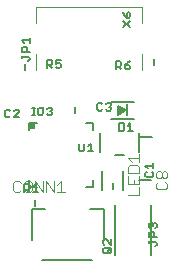
<source format=gbr>
G04 EAGLE Gerber RS-274X export*
G75*
%MOMM*%
%FSLAX34Y34*%
%LPD*%
%INSilkscreen Top*%
%IPPOS*%
%AMOC8*
5,1,8,0,0,1.08239X$1,22.5*%
G01*
%ADD10C,0.203200*%
%ADD11C,0.076200*%
%ADD12C,0.152400*%
%ADD13C,0.127000*%
%ADD14R,0.500000X0.500000*%
%ADD15C,0.101600*%
%ADD16R,0.200000X1.000000*%

G36*
X115139Y126533D02*
X115139Y126533D01*
X115210Y126531D01*
X115280Y126550D01*
X115351Y126558D01*
X115406Y126583D01*
X115485Y126603D01*
X115588Y126664D01*
X115657Y126695D01*
X118657Y128695D01*
X118744Y128772D01*
X118834Y128845D01*
X118849Y128867D01*
X118869Y128885D01*
X118931Y128982D01*
X118998Y129077D01*
X119006Y129103D01*
X119021Y129125D01*
X119053Y129236D01*
X119091Y129346D01*
X119092Y129373D01*
X119099Y129398D01*
X119099Y129514D01*
X119105Y129630D01*
X119099Y129656D01*
X119099Y129683D01*
X119067Y129794D01*
X119041Y129907D01*
X119028Y129930D01*
X119020Y129956D01*
X118958Y130054D01*
X118902Y130155D01*
X118884Y130171D01*
X118869Y130196D01*
X118661Y130381D01*
X118657Y130385D01*
X115657Y132385D01*
X115593Y132416D01*
X115533Y132456D01*
X115465Y132477D01*
X115401Y132508D01*
X115330Y132520D01*
X115262Y132541D01*
X115191Y132543D01*
X115121Y132555D01*
X115049Y132547D01*
X114978Y132549D01*
X114909Y132531D01*
X114838Y132522D01*
X114772Y132495D01*
X114703Y132477D01*
X114642Y132440D01*
X114576Y132413D01*
X114520Y132368D01*
X114458Y132332D01*
X114409Y132280D01*
X114354Y132235D01*
X114313Y132177D01*
X114264Y132124D01*
X114231Y132061D01*
X114190Y132003D01*
X114167Y131935D01*
X114134Y131871D01*
X114124Y131812D01*
X114097Y131734D01*
X114091Y131615D01*
X114079Y131540D01*
X114079Y127540D01*
X114089Y127469D01*
X114089Y127397D01*
X114109Y127329D01*
X114119Y127259D01*
X114148Y127193D01*
X114168Y127124D01*
X114206Y127064D01*
X114235Y126999D01*
X114281Y126944D01*
X114319Y126884D01*
X114373Y126836D01*
X114419Y126782D01*
X114478Y126742D01*
X114532Y126695D01*
X114596Y126664D01*
X114655Y126625D01*
X114724Y126603D01*
X114788Y126572D01*
X114858Y126560D01*
X114926Y126539D01*
X114998Y126537D01*
X115069Y126525D01*
X115139Y126533D01*
G37*
D10*
X141478Y70866D02*
X131318Y70866D01*
D11*
X145521Y67240D02*
X147089Y68807D01*
X145521Y67240D02*
X145521Y64104D01*
X147089Y62537D01*
X153359Y62537D01*
X154927Y64104D01*
X154927Y67240D01*
X153359Y68807D01*
X147089Y71892D02*
X145521Y73459D01*
X145521Y76595D01*
X147089Y78163D01*
X148656Y78163D01*
X150224Y76595D01*
X151792Y78163D01*
X153359Y78163D01*
X154927Y76595D01*
X154927Y73459D01*
X153359Y71892D01*
X151792Y71892D01*
X150224Y73459D01*
X148656Y71892D01*
X147089Y71892D01*
X150224Y73459D02*
X150224Y76595D01*
D10*
X141986Y107315D02*
X131826Y107315D01*
D12*
X137494Y77195D02*
X136392Y76094D01*
X136392Y73890D01*
X137494Y72789D01*
X141900Y72789D01*
X143002Y73890D01*
X143002Y76094D01*
X141900Y77195D01*
X138596Y80273D02*
X136392Y82476D01*
X143002Y82476D01*
X143002Y80273D02*
X143002Y84679D01*
D10*
X110476Y48940D02*
X110476Y6940D01*
X140984Y6940D02*
X140984Y48940D01*
D12*
X106086Y8382D02*
X101680Y8382D01*
X100578Y9484D01*
X100578Y11687D01*
X101680Y12788D01*
X106086Y12788D01*
X107188Y11687D01*
X107188Y9484D01*
X106086Y8382D01*
X104985Y10585D02*
X107188Y12788D01*
X107188Y15866D02*
X107188Y20273D01*
X102782Y20273D02*
X107188Y15866D01*
X102782Y20273D02*
X101680Y20273D01*
X100578Y19171D01*
X100578Y16968D01*
X101680Y15866D01*
D13*
X44253Y118516D02*
X38253Y118516D01*
X38253Y112516D01*
X86253Y118516D02*
X92253Y118516D01*
X92253Y112516D01*
X38253Y70516D02*
X38253Y64516D01*
X44253Y64516D01*
X92253Y64516D02*
X92253Y70516D01*
X92253Y64516D02*
X86253Y64516D01*
D14*
X40753Y116016D03*
D12*
X40615Y125258D02*
X42818Y125258D01*
X41716Y125258D02*
X41716Y131868D01*
X40615Y131868D02*
X42818Y131868D01*
X48909Y131868D02*
X50010Y130766D01*
X48909Y131868D02*
X46706Y131868D01*
X45604Y130766D01*
X45604Y126360D01*
X46706Y125258D01*
X48909Y125258D01*
X50010Y126360D01*
X53088Y130766D02*
X54190Y131868D01*
X56393Y131868D01*
X57495Y130766D01*
X57495Y129665D01*
X56393Y128563D01*
X55291Y128563D01*
X56393Y128563D02*
X57495Y127461D01*
X57495Y126360D01*
X56393Y125258D01*
X54190Y125258D01*
X53088Y126360D01*
D10*
X49530Y127127D02*
X49530Y132207D01*
D12*
X21950Y129079D02*
X20849Y130181D01*
X18645Y130181D01*
X17544Y129079D01*
X17544Y124673D01*
X18645Y123571D01*
X20849Y123571D01*
X21950Y124673D01*
X25028Y123571D02*
X29434Y123571D01*
X25028Y123571D02*
X29434Y127977D01*
X29434Y129079D01*
X28333Y130181D01*
X26129Y130181D01*
X25028Y129079D01*
D10*
X77089Y127254D02*
X77089Y132334D01*
D12*
X98936Y135896D02*
X100037Y134794D01*
X98936Y135896D02*
X96733Y135896D01*
X95631Y134794D01*
X95631Y130388D01*
X96733Y129286D01*
X98936Y129286D01*
X100037Y130388D01*
X103115Y134794D02*
X104217Y135896D01*
X106420Y135896D01*
X107522Y134794D01*
X107522Y133692D01*
X106420Y132591D01*
X105318Y132591D01*
X106420Y132591D02*
X107522Y131489D01*
X107522Y130388D01*
X106420Y129286D01*
X104217Y129286D01*
X103115Y130388D01*
D15*
X133600Y163670D02*
X133600Y177170D01*
X44200Y177170D02*
X44200Y163670D01*
X44200Y217170D02*
X133600Y217170D01*
X133600Y203670D01*
X44200Y203670D02*
X44200Y217170D01*
D12*
X117156Y200464D02*
X123766Y204870D01*
X123766Y200464D02*
X117156Y204870D01*
X118258Y210151D02*
X117156Y212354D01*
X118258Y210151D02*
X120461Y207948D01*
X122664Y207948D01*
X123766Y209049D01*
X123766Y211253D01*
X122664Y212354D01*
X121563Y212354D01*
X120461Y211253D01*
X120461Y207948D01*
D10*
X34290Y168529D02*
X34290Y163449D01*
D12*
X52832Y165481D02*
X52832Y172091D01*
X56137Y172091D01*
X57238Y170989D01*
X57238Y168786D01*
X56137Y167684D01*
X52832Y167684D01*
X55035Y167684D02*
X57238Y165481D01*
X60316Y172091D02*
X64723Y172091D01*
X60316Y172091D02*
X60316Y168786D01*
X62519Y169887D01*
X63621Y169887D01*
X64723Y168786D01*
X64723Y166583D01*
X63621Y165481D01*
X61418Y165481D01*
X60316Y166583D01*
D10*
X143510Y167894D02*
X143510Y172974D01*
D12*
X111524Y170948D02*
X111524Y164338D01*
X111524Y170948D02*
X114829Y170948D01*
X115930Y169846D01*
X115930Y167643D01*
X114829Y166541D01*
X111524Y166541D01*
X113727Y166541D02*
X115930Y164338D01*
X121211Y169846D02*
X123414Y170948D01*
X121211Y169846D02*
X119008Y167643D01*
X119008Y165440D01*
X120109Y164338D01*
X122313Y164338D01*
X123414Y165440D01*
X123414Y166541D01*
X122313Y167643D01*
X119008Y167643D01*
X38354Y172578D02*
X37252Y171477D01*
X38354Y172578D02*
X38354Y173680D01*
X37252Y174781D01*
X31744Y174781D01*
X31744Y173680D02*
X31744Y175883D01*
X31744Y178961D02*
X38354Y178961D01*
X31744Y178961D02*
X31744Y182266D01*
X32846Y183367D01*
X35049Y183367D01*
X36151Y182266D01*
X36151Y178961D01*
X33948Y186445D02*
X31744Y188648D01*
X38354Y188648D01*
X38354Y186445D02*
X38354Y190851D01*
X40104Y46016D02*
X40104Y20016D01*
X40104Y46016D02*
X51104Y46016D01*
X89104Y46016D02*
X101104Y46016D01*
X101104Y20016D01*
X91104Y3016D02*
X49104Y3016D01*
D11*
X30756Y68235D02*
X29188Y69803D01*
X26053Y69803D01*
X24485Y68235D01*
X24485Y61965D01*
X26053Y60397D01*
X29188Y60397D01*
X30756Y61965D01*
X35408Y69803D02*
X38543Y69803D01*
X35408Y69803D02*
X33840Y68235D01*
X33840Y61965D01*
X35408Y60397D01*
X38543Y60397D01*
X40111Y61965D01*
X40111Y68235D01*
X38543Y69803D01*
X43195Y69803D02*
X43195Y60397D01*
X49466Y60397D02*
X43195Y69803D01*
X49466Y69803D02*
X49466Y60397D01*
X52551Y60397D02*
X52551Y69803D01*
X58821Y60397D01*
X58821Y69803D01*
X61906Y66668D02*
X65041Y69803D01*
X65041Y60397D01*
X61906Y60397D02*
X68176Y60397D01*
D10*
X130800Y94108D02*
X130800Y110108D01*
X97800Y110108D02*
X97800Y94108D01*
X110300Y91608D02*
X118300Y91608D01*
D12*
X80314Y95844D02*
X80314Y101352D01*
X80314Y95844D02*
X81415Y94742D01*
X83619Y94742D01*
X84720Y95844D01*
X84720Y101352D01*
X87798Y99148D02*
X90001Y101352D01*
X90001Y94742D01*
X87798Y94742D02*
X92204Y94742D01*
X117712Y77723D02*
X117712Y61723D01*
X108712Y62723D02*
X108712Y68223D01*
X99712Y61723D02*
X99712Y77723D01*
D11*
X121785Y58083D02*
X131191Y58083D01*
X131191Y64354D01*
X121785Y67438D02*
X121785Y73709D01*
X121785Y67438D02*
X131191Y67438D01*
X131191Y73709D01*
X126488Y70574D02*
X126488Y67438D01*
X121785Y76794D02*
X131191Y76794D01*
X131191Y81497D01*
X129623Y83064D01*
X123353Y83064D01*
X121785Y81497D01*
X121785Y76794D01*
X124920Y86149D02*
X121785Y89284D01*
X131191Y89284D01*
X131191Y86149D02*
X131191Y92419D01*
D12*
X146050Y15707D02*
X144948Y14605D01*
X146050Y15707D02*
X146050Y16808D01*
X144948Y17910D01*
X139440Y17910D01*
X139440Y19011D02*
X139440Y16808D01*
X139440Y22089D02*
X146050Y22089D01*
X139440Y22089D02*
X139440Y25394D01*
X140542Y26496D01*
X142745Y26496D01*
X143847Y25394D01*
X143847Y22089D01*
X140542Y29573D02*
X139440Y30675D01*
X139440Y32878D01*
X140542Y33980D01*
X141644Y33980D01*
X142745Y32878D01*
X142745Y31777D01*
X142745Y32878D02*
X143847Y33980D01*
X144948Y33980D01*
X146050Y32878D01*
X146050Y30675D01*
X144948Y29573D01*
D10*
X127094Y122540D02*
X107094Y122540D01*
X107094Y136540D02*
X127094Y136540D01*
X119594Y129540D02*
X113594Y125540D01*
X113594Y133540D01*
X119594Y129540D01*
D16*
X120594Y129540D03*
D12*
X113888Y118784D02*
X113888Y112174D01*
X117193Y112174D01*
X118294Y113276D01*
X118294Y117682D01*
X117193Y118784D01*
X113888Y118784D01*
X121372Y116580D02*
X123575Y118784D01*
X123575Y112174D01*
X121372Y112174D02*
X125778Y112174D01*
D10*
X42672Y53975D02*
X42672Y48895D01*
D12*
X33909Y60136D02*
X33909Y66746D01*
X37214Y66746D01*
X38315Y65644D01*
X38315Y63441D01*
X37214Y62339D01*
X33909Y62339D01*
X36112Y62339D02*
X38315Y60136D01*
X41393Y64542D02*
X43596Y66746D01*
X43596Y60136D01*
X41393Y60136D02*
X45800Y60136D01*
M02*

</source>
